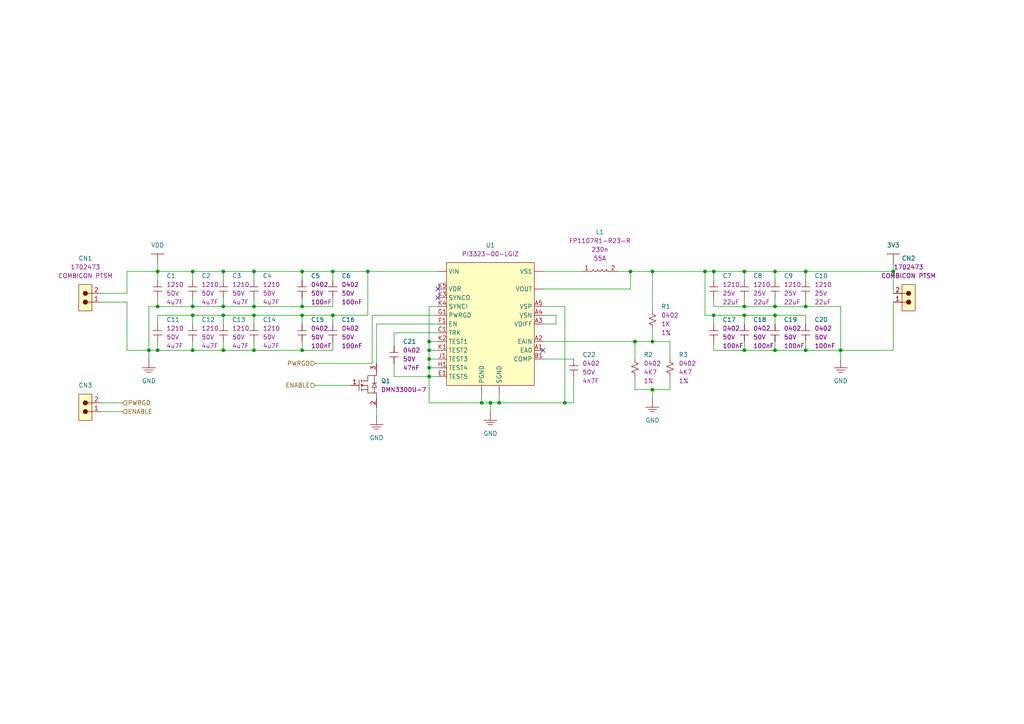
<source format=kicad_sch>
(kicad_sch (version 20211123) (generator eeschema)
  (paper "A4")
  (lib_symbols
    (symbol "CAP_0402:Cap_100n_50V_0402" (pin_numbers hide) (pin_names (offset 0) hide)
      (property "Reference" "C" (at 5.08 2.54 0))
      (property "Package" "0402" (at 0 -2.54 0))
      (property "Voltage" "50V" (at 5.715 -2.54 0))
      (property "Property" "100nF" (at 0 2.54 0))
      (symbol "Cap_100n_50V_0402_0_1"
        (polyline (pts (xy 1.905 1.27) (xy 1.905 -1.27)))
        (polyline (pts (xy 3.175 1.27) (xy 3.175 -1.27)))
      )
      (symbol "Cap_100n_50V_0402_1_1"
        (pin passive line (at 0 0 0) (length 1.905) (name "~") (number "1"))
        (pin passive line (at 5.08 0 180) (length 1.905) (name "~") (number "2"))
      )
    )
    (symbol "CAP_0402:Cap_10n_50V_0402" (pin_numbers hide) (pin_names (offset 0) hide)
      (property "Reference" "C" (at 5.08 2.54 0))
      (property "Package" "0402" (at 0 -2.54 0))
      (property "Voltage" "50V" (at 5.715 -2.54 0))
      (property "Property" "10nF" (at 0 2.54 0))
      (symbol "Cap_10n_50V_0402_0_1"
        (polyline (pts (xy 1.905 1.27) (xy 1.905 -1.27)))
        (polyline (pts (xy 3.175 1.27) (xy 3.175 -1.27)))
      )
      (symbol "Cap_10n_50V_0402_1_1"
        (pin passive line (at 0 0 0) (length 1.905) (name "~") (number "1"))
        (pin passive line (at 5.08 0 180) (length 1.905) (name "~") (number "2"))
      )
    )
    (symbol "CAP_1210:Cap_22u_25V_1210" (pin_numbers hide) (pin_names (offset 0) hide)
      (property "Reference" "C" (at 5.08 2.54 0))
      (property "Package" "1210" (at 0 -2.54 0))
      (property "Voltage" "25V" (at 5.715 -2.54 0))
      (property "Property" "22uF" (at 0 2.54 0))
      (symbol "Cap_22u_25V_1210_0_1"
        (polyline (pts (xy 1.905 1.27) (xy 1.905 -1.27)))
        (polyline (pts (xy 3.175 1.27) (xy 3.175 -1.27)))
      )
      (symbol "Cap_22u_25V_1210_1_1"
        (pin passive line (at 0 0 0) (length 1.905) (name "~") (number "1"))
        (pin passive line (at 5.08 0 180) (length 1.905) (name "~") (number "2"))
      )
    )
    (symbol "CAP_1210:Cap_4u7_50V_1210" (pin_numbers hide) (pin_names (offset 0) hide)
      (property "Reference" "C" (at 5.08 2.54 0))
      (property "Package" "1210" (at 0 -2.54 0))
      (property "Voltage" "50V" (at 5.715 -2.54 0))
      (property "Property" "4u7F" (at 0 2.54 0))
      (symbol "Cap_4u7_50V_1210_0_1"
        (polyline (pts (xy 1.905 1.27) (xy 1.905 -1.27)))
        (polyline (pts (xy 3.175 1.27) (xy 3.175 -1.27)))
      )
      (symbol "Cap_4u7_50V_1210_1_1"
        (pin passive line (at 0 0 0) (length 1.905) (name "~") (number "1"))
        (pin passive line (at 5.08 0 180) (length 1.905) (name "~") (number "2"))
      )
    )
    (symbol "CONNECTOR_SMD:SCREW_TERMINAL_2P_RA_1702473"
      (property "Reference" "CN" (at 0 8.89 0))
      (property "P/N" "1702473" (at 0 3.81 0))
      (property "Series" "COMBICON PTSM" (at 0 6.35 0))
      (symbol "SCREW_TERMINAL_2P_RA_1702473_0_0"
        (pin passive line (at 0 0 0) (length 2.54) (name "PA") (number "1"))
        (pin passive line (at 0 -2.54 0) (length 2.54) (name "PA") (number "2"))
      )
      (symbol "SCREW_TERMINAL_2P_RA_1702473_0_1"
        (polyline (pts (xy 2.54 -2.54) (xy 3.81 -2.54)))
        (polyline (pts (xy 2.54 0) (xy 3.81 0)))
        (rectangle (start 2.54 -5.08) (end 6.35 2.54) (fill (type background)))
        (circle (center 4.445 -2.54) (radius 0.635) (fill (type outline)))
        (circle (center 4.445 0) (radius 0.635) (fill (type outline)))
      )
    )
    (symbol "INDUCTOR_SMD:FP1107R1-R23-R"
      (property "Reference" "L" (at -3.81 5.08 0))
      (property "P/N" "FP1107R1-R23-R" (at 3.81 2.54 0))
      (property "Inductance" "230n" (at 1.27 5.08 0))
      (property "Current" "55A" (at 8.89 5.08 0))
      (symbol "FP1107R1-R23-R_0_0"
        (pin passive line (at 0 0 0) (length 2.54) (name "") (number "1"))
        (pin passive line (at 10.16 0 180) (length 2.54) (name "") (number "2"))
      )
      (symbol "FP1107R1-R23-R_0_1"
        (arc (start 2.54 0) (mid 3.624 -0.449) (end 3.175 0.635))
        (arc (start 3.175 0.635) (mid 2.726 -0.449) (end 3.81 0))
        (arc (start 3.81 0) (mid 4.894 -0.449) (end 4.445 0.635))
        (arc (start 4.445 0.635) (mid 3.996 -0.449) (end 5.08 0))
        (arc (start 5.08 0) (mid 6.164 -0.449) (end 5.715 0.635))
        (arc (start 5.715 0.635) (mid 5.266 -0.449) (end 6.35 0))
        (arc (start 6.35 0) (mid 7.434 -0.449) (end 6.985 0.635))
        (arc (start 6.985 0.635) (mid 6.536 -0.449) (end 7.62 0))
      )
    )
    (symbol "NFET_SMD:DMN3300U-7"
      (property "Reference" "Q" (at 2.54 16.51 0))
      (property "P/N" "DMN3300U-7" (at 8.89 13.97 0))
      (symbol "DMN3300U-7_0_0"
        (pin passive line (at 0 0 0) (length 2.54) (name "") (number "1"))
        (pin passive line (at 7.62 -6.35 90) (length 2.54) (name "") (number "2"))
        (pin passive line (at 7.62 6.35 270) (length 2.54) (name "") (number "3"))
      )
      (symbol "DMN3300U-7_0_1"
        (polyline (pts (xy 2.54 -1.5875) (xy 2.54 1.5875)))
        (polyline (pts (xy 3.175 -1.27) (xy 4.445 -1.27)))
        (polyline (pts (xy 3.175 -0.9525) (xy 3.175 -1.5875)))
        (polyline (pts (xy 3.175 0) (xy 3.4925 -0.3175)))
        (polyline (pts (xy 3.175 0.3175) (xy 3.175 -0.3175)))
        (polyline (pts (xy 3.175 1.27) (xy 4.445 1.27)))
        (polyline (pts (xy 3.175 1.5875) (xy 3.175 0.9525)))
        (polyline (pts (xy 6.985 -0.635) (xy 6.985 -2.2225)))
        (polyline (pts (xy 6.985 0.635) (xy 6.985 2.8575)))
        (polyline (pts (xy 7.62 -3.81) (xy 7.62 -2.2225)))
        (polyline (pts (xy 7.62 -0.635) (xy 6.985 0.635)))
        (polyline (pts (xy 7.62 0.635) (xy 6.35 0.635)))
        (polyline (pts (xy 7.62 2.8575) (xy 7.62 3.81)))
        (polyline (pts (xy 3.4925 -0.3175) (xy 3.4925 0.3175) (xy 3.175 0)))
        (polyline (pts (xy 3.4925 0) (xy 5.08 0) (xy 5.08 -1.27)))
        (polyline (pts (xy 7.62 -0.635) (xy 6.35 -0.635) (xy 6.985 0.635)))
        (polyline (pts (xy 4.445 -1.27) (xy 5.08 -1.27) (xy 5.08 -2.2225) (xy 7.62 -2.2225)))
        (polyline (pts (xy 4.445 1.27) (xy 5.08 1.27) (xy 5.08 2.8575) (xy 7.62 2.8575)))
      )
    )
    (symbol "PIN_HEADERS_THT:1x2Pos_100MIL_THT"
      (property "Reference" "CN" (at 2.54 5.08 0))
      (symbol "1x2Pos_100MIL_THT_0_0"
        (pin passive line (at 0 0 0) (length 2.54) (name "PA") (number "1"))
        (pin passive line (at 0 -2.54 0) (length 2.54) (name "PA") (number "2"))
      )
      (symbol "1x2Pos_100MIL_THT_0_1"
        (polyline (pts (xy 2.54 -2.54) (xy 3.81 -2.54)))
        (polyline (pts (xy 2.54 0) (xy 3.81 0)))
        (rectangle (start 2.54 -5.08) (end 6.35 2.54) (fill (type background)))
        (circle (center 4.445 -2.54) (radius 0.635) (fill (type outline)))
        (circle (center 4.445 0) (radius 0.635) (fill (type outline)))
      )
    )
    (symbol "POWER_FLAG:3V3" (power) (in_bom no) (on_board no)
      (property "Value" "3V3" (at 0 1.27 0))
      (symbol "3V3_0_1"
        (polyline (pts (xy -1.905 0) (xy 1.905 0)))
        (polyline (pts (xy 0 0) (xy 0 -2.54)))
      )
      (symbol "3V3_1_1"
        (pin power_in line (at 0 -2.54 90) (length 0) (name "3V3") (number "1"))
      )
    )
    (symbol "POWER_FLAG:GND" (power) (in_bom no) (on_board no)
      (property "Value" "GND" (at 0 -5.08 0))
      (symbol "GND_0_1"
        (polyline (pts (xy -1.905 -2.54) (xy 1.905 -2.54)))
        (polyline (pts (xy -1.27 -3.175) (xy 1.27 -3.175)))
        (polyline (pts (xy -0.635 -3.81) (xy 0.635 -3.81)))
        (polyline (pts (xy 0 0) (xy 0 -2.54)))
      )
      (symbol "GND_1_1"
        (pin power_in line (at 0 0 270) (length 0) (name "GND") (number "1"))
      )
    )
    (symbol "POWER_FLAG:VDD" (power) (in_bom no) (on_board no)
      (property "Value" "VDD" (at 0 1.27 0))
      (symbol "VDD_0_1"
        (polyline (pts (xy -1.905 0) (xy 1.905 0)))
        (polyline (pts (xy 0 0) (xy 0 -2.54)))
      )
      (symbol "VDD_1_1"
        (pin power_in line (at 0 -2.54 90) (length 0) (name "VDD") (number "1"))
      )
    )
    (symbol "RES_0402:Res_1K_0402" (pin_numbers hide) (pin_names (offset 0) hide)
      (property "Reference" "R" (at 5.08 2.54 0))
      (property "Package" "0402" (at 0 -2.54 0))
      (property "Property" "1K" (at 0 2.54 0))
      (property "Tolerance" "1%" (at 5.08 -2.54 0))
      (symbol "Res_1K_0402_1_1"
        (polyline (pts (xy 2.54 0) (xy 2.159 -1.016) (xy 1.778 0) (xy 1.397 1.016) (xy 1.016 0)))
        (polyline (pts (xy 4.064 0) (xy 3.683 -1.016) (xy 3.302 0) (xy 2.921 1.016) (xy 2.54 0)))
        (pin passive line (at 0 0 0) (length 1.016) (name "~") (number "1"))
        (pin passive line (at 5.08 0 180) (length 1.016) (name "~") (number "2"))
      )
    )
    (symbol "RES_0402:Res_4K7_0402" (pin_numbers hide) (pin_names (offset 0) hide)
      (property "Reference" "R" (at 5.08 2.54 0))
      (property "Package" "0402" (at 0 -2.54 0))
      (property "Property" "4K7" (at 0 2.54 0))
      (property "Tolerance" "1%" (at 5.08 -2.54 0))
      (symbol "Res_4K7_0402_1_1"
        (polyline (pts (xy 2.54 0) (xy 2.159 -1.016) (xy 1.778 0) (xy 1.397 1.016) (xy 1.016 0)))
        (polyline (pts (xy 4.064 0) (xy 3.683 -1.016) (xy 3.302 0) (xy 2.921 1.016) (xy 2.54 0)))
        (pin passive line (at 0 0 0) (length 1.016) (name "~") (number "1"))
        (pin passive line (at 5.08 0 180) (length 1.016) (name "~") (number "2"))
      )
    )
    (symbol "SWITCHING_REG:PI3323-00-LGIZ"
      (property "Reference" "U" (at 3.81 6.35 0))
      (property "P/N" "PI3323-00-LGIZ" (at 10.16 3.81 0))
      (symbol "PI3323-00-LGIZ_0_0"
        (pin output line (at 30.48 -22.86 180) (length 2.54) (name "EA0") (number "A1"))
        (pin power_in line (at 0 0 0) (length 2.54) hide (name "VIN") (number "A10"))
        (pin power_in line (at 12.7 -35.56 90) (length 2.54) (name "PGND") (number "A12"))
        (pin power_out line (at 30.48 0 180) (length 2.54) (name "VS1") (number "A14"))
        (pin input line (at 30.48 -20.32 180) (length 2.54) (name "EAIN") (number "A2"))
        (pin output line (at 30.48 -15.24 180) (length 2.54) (name "VDIFF") (number "A3"))
        (pin input line (at 30.48 -12.7 180) (length 2.54) (name "VSN") (number "A4"))
        (pin input line (at 30.48 -10.16 180) (length 2.54) (name "VSP") (number "A5"))
        (pin passive line (at 30.48 -5.08 180) (length 2.54) (name "VOUT") (number "A6"))
        (pin power_in line (at 0 0 0) (length 2.54) (name "VIN") (number "A8"))
        (pin power_in line (at 0 0 0) (length 2.54) hide (name "VIN") (number "A9"))
        (pin output line (at 30.48 -25.4 180) (length 2.54) (name "COMP") (number "B1"))
        (pin power_in line (at 0 0 0) (length 2.54) hide (name "VIN") (number "B10"))
        (pin power_in line (at 12.7 -35.56 90) (length 2.54) hide (name "PGND") (number "B12"))
        (pin power_out line (at 30.48 0 180) (length 2.54) hide (name "VS1") (number "B14"))
        (pin power_in line (at 17.78 -35.56 90) (length 2.54) (name "SGND") (number "B2"))
        (pin power_in line (at 17.78 -35.56 90) (length 2.54) hide (name "SGND") (number "B3"))
        (pin power_in line (at 17.78 -35.56 90) (length 2.54) hide (name "SGND") (number "B4"))
        (pin power_in line (at 17.78 -35.56 90) (length 2.54) hide (name "PGND") (number "B5"))
        (pin passive line (at 30.48 -5.08 180) (length 2.54) hide (name "VOUT") (number "B6"))
        (pin power_in line (at 0 0 0) (length 2.54) hide (name "VIN") (number "B8"))
        (pin power_in line (at 0 0 0) (length 2.54) hide (name "VIN") (number "B9"))
        (pin input line (at 0 -17.78 0) (length 2.54) (name "TRK") (number "C1"))
        (pin power_in line (at 0 0 0) (length 2.54) hide (name "VIN") (number "C10"))
        (pin power_in line (at 12.7 -35.56 90) (length 2.54) hide (name "PGND") (number "C12"))
        (pin power_out line (at 30.48 0 180) (length 2.54) hide (name "VS1") (number "C14"))
        (pin power_in line (at 17.78 -35.56 90) (length 2.54) hide (name "SGND") (number "C2"))
        (pin power_in line (at 17.78 -35.56 90) (length 2.54) hide (name "SGND") (number "C3"))
        (pin power_in line (at 12.7 -35.56 90) (length 2.54) hide (name "PGND") (number "C4"))
        (pin power_in line (at 12.7 -35.56 90) (length 2.54) hide (name "PGND") (number "C5"))
        (pin power_in line (at 12.7 -35.56 90) (length 2.54) hide (name "PGND") (number "C6"))
        (pin power_in line (at 0 0 0) (length 2.54) hide (name "VIN") (number "C8"))
        (pin power_in line (at 0 0 0) (length 2.54) hide (name "VIN") (number "C9"))
        (pin power_in line (at 17.78 -35.56 90) (length 2.54) hide (name "SGND") (number "D1"))
        (pin power_in line (at 0 0 0) (length 2.54) hide (name "VIN") (number "D10"))
        (pin power_in line (at 12.7 -35.56 90) (length 2.54) hide (name "PGND") (number "D12"))
        (pin power_out line (at 30.48 0 180) (length 2.54) hide (name "VS1") (number "D14"))
        (pin power_in line (at 17.78 -35.56 90) (length 2.54) hide (name "SGND") (number "D2"))
        (pin power_in line (at 17.78 -35.56 90) (length 2.54) hide (name "SGND") (number "D3"))
        (pin power_in line (at 12.7 -35.56 90) (length 2.54) hide (name "PGND") (number "D4"))
        (pin power_in line (at 12.7 -35.56 90) (length 2.54) hide (name "PGND") (number "D5"))
        (pin power_in line (at 12.7 -35.56 90) (length 2.54) hide (name "PGND") (number "D6"))
        (pin power_in line (at 0 0 0) (length 2.54) hide (name "VIN") (number "D8"))
        (pin power_in line (at 0 0 0) (length 2.54) hide (name "VIN") (number "D9"))
        (pin bidirectional line (at 0 -30.48 0) (length 2.54) (name "TEST5") (number "E1"))
        (pin power_in line (at 0 0 0) (length 2.54) hide (name "VIN") (number "E10"))
        (pin power_in line (at 12.7 -35.56 90) (length 2.54) hide (name "PGND") (number "E12"))
        (pin power_out line (at 30.48 0 180) (length 2.54) hide (name "VS1") (number "E14"))
        (pin power_in line (at 17.78 -35.56 90) (length 2.54) hide (name "SGND") (number "E2"))
        (pin power_in line (at 17.78 -35.56 90) (length 2.54) hide (name "SGND") (number "E3"))
        (pin power_in line (at 12.7 -35.56 90) (length 2.54) hide (name "PGND") (number "E4"))
        (pin power_in line (at 12.7 -35.56 90) (length 2.54) hide (name "PGND") (number "E5"))
        (pin power_in line (at 12.7 -35.56 90) (length 2.54) hide (name "PGND") (number "E6"))
        (pin power_in line (at 0 0 0) (length 2.54) hide (name "VIN") (number "E8"))
        (pin power_in line (at 0 0 0) (length 2.54) hide (name "VIN") (number "E9"))
        (pin input line (at 0 -15.24 0) (length 2.54) (name "EN") (number "F1"))
        (pin power_in line (at 0 0 0) (length 2.54) hide (name "VIN") (number "F10"))
        (pin power_in line (at 12.7 -35.56 90) (length 2.54) hide (name "PGND") (number "F12"))
        (pin power_out line (at 30.48 0 180) (length 2.54) hide (name "VS1") (number "F14"))
        (pin power_in line (at 12.7 -35.56 90) (length 2.54) hide (name "PGND") (number "F2"))
        (pin power_in line (at 12.7 -35.56 90) (length 2.54) hide (name "PGND") (number "F3"))
        (pin power_in line (at 12.7 -35.56 90) (length 2.54) hide (name "PGND") (number "F4"))
        (pin power_in line (at 12.7 -35.56 90) (length 2.54) hide (name "PGND") (number "F5"))
        (pin power_in line (at 12.7 -35.56 90) (length 2.54) hide (name "PGND") (number "F6"))
        (pin power_in line (at 0 0 0) (length 2.54) hide (name "VIN") (number "F8"))
        (pin power_in line (at 0 0 0) (length 2.54) hide (name "VIN") (number "F9"))
        (pin open_collector line (at 0 -12.7 0) (length 2.54) (name "PWRGD") (number "G1"))
        (pin power_in line (at 0 0 0) (length 2.54) hide (name "VIN") (number "G10"))
        (pin power_in line (at 12.7 -35.56 90) (length 2.54) hide (name "PGND") (number "G12"))
        (pin power_out line (at 30.48 0 180) (length 2.54) hide (name "VS1") (number "G14"))
        (pin power_in line (at 12.7 -35.56 90) (length 2.54) hide (name "PGND") (number "G2"))
        (pin power_in line (at 12.7 -35.56 90) (length 2.54) hide (name "PGND") (number "G3"))
        (pin power_in line (at 12.7 -35.56 90) (length 2.54) hide (name "PGND") (number "G4"))
        (pin power_in line (at 12.7 -35.56 90) (length 2.54) hide (name "PGND") (number "G5"))
        (pin power_in line (at 12.7 -35.56 90) (length 2.54) hide (name "PGND") (number "G6"))
        (pin power_in line (at 0 0 0) (length 2.54) hide (name "VIN") (number "G8"))
        (pin power_in line (at 0 0 0) (length 2.54) hide (name "VIN") (number "G9"))
        (pin bidirectional line (at 0 -27.94 0) (length 2.54) (name "TEST4") (number "H1"))
        (pin power_in line (at 0 0 0) (length 2.54) hide (name "VIN") (number "H10"))
        (pin power_in line (at 12.7 -35.56 90) (length 2.54) hide (name "PGND") (number "H12"))
        (pin power_out line (at 30.48 0 180) (length 2.54) hide (name "VS1") (number "H14"))
        (pin power_in line (at 12.7 -35.56 90) (length 2.54) hide (name "PGND") (number "H2"))
        (pin power_in line (at 12.7 -35.56 90) (length 2.54) hide (name "PGND") (number "H3"))
        (pin power_in line (at 12.7 -35.56 90) (length 2.54) hide (name "PGND") (number "H4"))
        (pin power_in line (at 12.7 -35.56 90) (length 2.54) hide (name "PGND") (number "H5"))
        (pin power_in line (at 12.7 -35.56 90) (length 2.54) hide (name "PGND") (number "H6"))
        (pin power_in line (at 0 0 0) (length 2.54) hide (name "VIN") (number "H8"))
        (pin power_in line (at 0 0 0) (length 2.54) hide (name "VIN") (number "H9"))
        (pin bidirectional line (at 0 -25.4 0) (length 2.54) (name "TEST3") (number "J1"))
        (pin power_in line (at 0 0 0) (length 2.54) hide (name "VIN") (number "J10"))
        (pin power_in line (at 12.7 -35.56 90) (length 2.54) hide (name "PGND") (number "J12"))
        (pin power_out line (at 30.48 0 180) (length 2.54) hide (name "VS1") (number "J14"))
        (pin power_in line (at 12.7 -35.56 90) (length 2.54) hide (name "PGND") (number "J2"))
        (pin power_in line (at 12.7 -35.56 90) (length 2.54) hide (name "PGND") (number "J3"))
        (pin power_in line (at 12.7 -35.56 90) (length 2.54) hide (name "PGND") (number "J4"))
        (pin power_in line (at 12.7 -35.56 90) (length 2.54) hide (name "PGND") (number "J5"))
        (pin power_in line (at 12.7 -35.56 90) (length 2.54) hide (name "PGND") (number "J6"))
        (pin power_in line (at 0 0 0) (length 2.54) hide (name "VIN") (number "J8"))
        (pin power_in line (at 0 0 0) (length 2.54) hide (name "VIN") (number "J9"))
        (pin bidirectional line (at 0 -22.86 0) (length 2.54) (name "TEST2") (number "K1"))
        (pin power_in line (at 0 0 0) (length 2.54) hide (name "VIN") (number "K10"))
        (pin power_in line (at 12.7 -35.56 90) (length 2.54) hide (name "PGND") (number "K12"))
        (pin power_out line (at 30.48 0 180) (length 2.54) hide (name "VS1") (number "K14"))
        (pin bidirectional line (at 0 -20.32 0) (length 2.54) (name "TEST1") (number "K2"))
        (pin output line (at 0 -7.62 0) (length 2.54) (name "SYNCO") (number "K3"))
        (pin input line (at 0 -10.16 0) (length 2.54) (name "SYNCI") (number "K4"))
        (pin passive line (at 0 -5.08 0) (length 2.54) (name "VDR") (number "K5"))
        (pin power_in line (at 12.7 -35.56 90) (length 2.54) hide (name "PGND") (number "K6"))
        (pin power_in line (at 0 0 0) (length 2.54) hide (name "VIN") (number "K8"))
        (pin power_in line (at 0 0 0) (length 2.54) hide (name "VIN") (number "K9"))
      )
      (symbol "PI3323-00-LGIZ_0_1"
        (rectangle (start 2.54 2.54) (end 27.94 -33.02) (fill (type background)))
      )
    )
  )
  (junction (at 124.46 99.06))
  (junction (at 182.88 78.74))
  (junction (at 184.15 99.06))
  (junction (at 73.66 91.44))
  (junction (at 45.72 101.6))
  (junction (at 124.46 109.22))
  (junction (at 224.79 91.44))
  (junction (at 189.23 78.74))
  (junction (at 224.79 78.74))
  (junction (at 233.68 88.9))
  (junction (at 144.78 116.84))
  (junction (at 64.77 88.9))
  (junction (at 55.88 78.74))
  (junction (at 142.24 116.84))
  (junction (at 163.83 116.84))
  (junction (at 224.79 88.9))
  (junction (at 204.47 78.74))
  (junction (at 215.9 88.9))
  (junction (at 73.66 101.6))
  (junction (at 224.79 101.6))
  (junction (at 243.84 101.6))
  (junction (at 87.63 78.74))
  (junction (at 43.18 101.6))
  (junction (at 45.72 78.74))
  (junction (at 87.63 101.6))
  (junction (at 259.08 78.74))
  (junction (at 87.63 88.9))
  (junction (at 73.66 78.74))
  (junction (at 64.77 78.74))
  (junction (at 233.68 78.74))
  (junction (at 96.52 78.74))
  (junction (at 189.23 99.06))
  (junction (at 55.88 88.9))
  (junction (at 124.46 101.6))
  (junction (at 64.77 91.44))
  (junction (at 64.77 101.6))
  (junction (at 87.63 91.44))
  (junction (at 73.66 88.9))
  (junction (at 139.7 116.84))
  (junction (at 207.01 91.44))
  (junction (at 207.01 78.74))
  (junction (at 189.23 113.03))
  (junction (at 233.68 101.6))
  (junction (at 215.9 91.44))
  (junction (at 124.46 104.14))
  (junction (at 55.88 91.44))
  (junction (at 215.9 78.74))
  (junction (at 106.68 78.74))
  (junction (at 124.46 106.68))
  (junction (at 96.52 91.44))
  (junction (at 55.88 101.6))
  (junction (at 215.9 101.6))
  (junction (at 45.72 88.9))
  (no_connect (at 127 86.36))
  (no_connect (at 127 83.82))
  (no_connect (at 157.48 101.6))
  (wire (pts (xy 73.66 88.9) (xy 73.66 86.36)))
  (wire (pts (xy 114.3 109.22) (xy 124.46 109.22)))
  (wire (pts (xy 224.79 101.6) (xy 215.9 101.6)))
  (wire (pts (xy 163.83 88.9) (xy 163.83 116.84)))
  (wire (pts (xy 73.66 101.6) (xy 64.77 101.6)))
  (wire (pts (xy 96.52 91.44) (xy 106.68 91.44)))
  (wire (pts (xy 166.37 109.22) (xy 166.37 116.84)))
  (wire (pts (xy 215.9 101.6) (xy 207.01 101.6)))
  (wire (pts (xy 64.77 88.9) (xy 64.77 86.36)))
  (wire (pts (xy 207.01 93.98) (xy 207.01 91.44)))
  (wire (pts (xy 106.68 78.74) (xy 127 78.74)))
  (wire (pts (xy 45.72 78.74) (xy 55.88 78.74)))
  (wire (pts (xy 157.48 88.9) (xy 163.83 88.9)))
  (wire (pts (xy 204.47 78.74) (xy 207.01 78.74)))
  (wire (pts (xy 189.23 78.74) (xy 189.23 90.17)))
  (wire (pts (xy 29.21 87.63) (xy 36.83 87.63)))
  (wire (pts (xy 55.88 91.44) (xy 64.77 91.44)))
  (wire (pts (xy 45.72 91.44) (xy 55.88 91.44)))
  (wire (pts (xy 45.72 88.9) (xy 43.18 88.9)))
  (wire (pts (xy 91.44 111.76) (xy 101.6 111.76)))
  (wire (pts (xy 73.66 93.98) (xy 73.66 91.44)))
  (wire (pts (xy 124.46 109.22) (xy 124.46 116.84)))
  (wire (pts (xy 233.68 88.9) (xy 224.79 88.9)))
  (wire (pts (xy 96.52 88.9) (xy 87.63 88.9)))
  (wire (pts (xy 233.68 78.74) (xy 233.68 81.28)))
  (wire (pts (xy 96.52 78.74) (xy 96.52 81.28)))
  (wire (pts (xy 233.68 86.36) (xy 233.68 88.9)))
  (wire (pts (xy 45.72 78.74) (xy 45.72 81.28)))
  (wire (pts (xy 127 91.44) (xy 107.95 91.44)))
  (wire (pts (xy 36.83 101.6) (xy 43.18 101.6)))
  (wire (pts (xy 35.56 119.38) (xy 29.21 119.38)))
  (wire (pts (xy 124.46 109.22) (xy 127 109.22)))
  (wire (pts (xy 29.21 85.09) (xy 36.83 85.09)))
  (wire (pts (xy 139.7 114.3) (xy 139.7 116.84)))
  (wire (pts (xy 45.72 101.6) (xy 55.88 101.6)))
  (wire (pts (xy 207.01 91.44) (xy 204.47 91.44)))
  (wire (pts (xy 189.23 99.06) (xy 194.31 99.06)))
  (wire (pts (xy 87.63 88.9) (xy 73.66 88.9)))
  (wire (pts (xy 43.18 101.6) (xy 45.72 101.6)))
  (wire (pts (xy 189.23 113.03) (xy 194.31 113.03)))
  (wire (pts (xy 259.08 76.2) (xy 259.08 78.74)))
  (wire (pts (xy 224.79 88.9) (xy 224.79 86.36)))
  (wire (pts (xy 55.88 88.9) (xy 55.88 86.36)))
  (wire (pts (xy 55.88 78.74) (xy 55.88 81.28)))
  (wire (pts (xy 64.77 78.74) (xy 64.77 81.28)))
  (wire (pts (xy 43.18 88.9) (xy 43.18 101.6)))
  (wire (pts (xy 207.01 78.74) (xy 215.9 78.74)))
  (wire (pts (xy 124.46 99.06) (xy 124.46 101.6)))
  (wire (pts (xy 106.68 78.74) (xy 96.52 78.74)))
  (wire (pts (xy 73.66 88.9) (xy 64.77 88.9)))
  (wire (pts (xy 96.52 78.74) (xy 87.63 78.74)))
  (wire (pts (xy 114.3 105.41) (xy 114.3 109.22)))
  (wire (pts (xy 215.9 101.6) (xy 215.9 99.06)))
  (wire (pts (xy 73.66 78.74) (xy 87.63 78.74)))
  (wire (pts (xy 45.72 99.06) (xy 45.72 101.6)))
  (wire (pts (xy 55.88 78.74) (xy 64.77 78.74)))
  (wire (pts (xy 87.63 101.6) (xy 73.66 101.6)))
  (wire (pts (xy 43.18 101.6) (xy 43.18 104.14)))
  (wire (pts (xy 215.9 91.44) (xy 224.79 91.44)))
  (wire (pts (xy 55.88 91.44) (xy 55.88 93.98)))
  (wire (pts (xy 106.68 78.74) (xy 106.68 91.44)))
  (wire (pts (xy 64.77 91.44) (xy 64.77 93.98)))
  (wire (pts (xy 124.46 106.68) (xy 124.46 109.22)))
  (wire (pts (xy 166.37 116.84) (xy 163.83 116.84)))
  (wire (pts (xy 184.15 109.22) (xy 184.15 113.03)))
  (wire (pts (xy 189.23 113.03) (xy 189.23 115.57)))
  (wire (pts (xy 233.68 101.6) (xy 224.79 101.6)))
  (wire (pts (xy 259.08 78.74) (xy 233.68 78.74)))
  (wire (pts (xy 96.52 91.44) (xy 96.52 93.98)))
  (wire (pts (xy 64.77 91.44) (xy 73.66 91.44)))
  (wire (pts (xy 87.63 78.74) (xy 87.63 81.28)))
  (wire (pts (xy 215.9 88.9) (xy 215.9 86.36)))
  (wire (pts (xy 87.63 86.36) (xy 87.63 88.9)))
  (wire (pts (xy 204.47 78.74) (xy 204.47 91.44)))
  (wire (pts (xy 189.23 78.74) (xy 204.47 78.74)))
  (wire (pts (xy 224.79 78.74) (xy 224.79 81.28)))
  (wire (pts (xy 157.48 93.98) (xy 161.29 93.98)))
  (wire (pts (xy 189.23 95.25) (xy 189.23 99.06)))
  (wire (pts (xy 124.46 101.6) (xy 124.46 104.14)))
  (wire (pts (xy 124.46 101.6) (xy 127 101.6)))
  (wire (pts (xy 259.08 85.09) (xy 259.08 78.74)))
  (wire (pts (xy 157.48 91.44) (xy 161.29 91.44)))
  (wire (pts (xy 36.83 78.74) (xy 45.72 78.74)))
  (wire (pts (xy 36.83 87.63) (xy 36.83 101.6)))
  (wire (pts (xy 107.95 91.44) (xy 107.95 105.41)))
  (wire (pts (xy 157.48 99.06) (xy 184.15 99.06)))
  (wire (pts (xy 215.9 91.44) (xy 215.9 93.98)))
  (wire (pts (xy 259.08 101.6) (xy 243.84 101.6)))
  (wire (pts (xy 259.08 87.63) (xy 259.08 101.6)))
  (wire (pts (xy 36.83 85.09) (xy 36.83 78.74)))
  (wire (pts (xy 35.56 116.84) (xy 29.21 116.84)))
  (wire (pts (xy 184.15 99.06) (xy 189.23 99.06)))
  (wire (pts (xy 73.66 101.6) (xy 73.66 99.06)))
  (wire (pts (xy 45.72 88.9) (xy 55.88 88.9)))
  (wire (pts (xy 224.79 91.44) (xy 224.79 93.98)))
  (wire (pts (xy 182.88 78.74) (xy 189.23 78.74)))
  (wire (pts (xy 215.9 78.74) (xy 224.79 78.74)))
  (wire (pts (xy 45.72 76.2) (xy 45.72 78.74)))
  (wire (pts (xy 87.63 91.44) (xy 96.52 91.44)))
  (wire (pts (xy 224.79 88.9) (xy 215.9 88.9)))
  (wire (pts (xy 161.29 91.44) (xy 161.29 93.98)))
  (wire (pts (xy 124.46 104.14) (xy 124.46 106.68)))
  (wire (pts (xy 127 88.9) (xy 124.46 88.9)))
  (wire (pts (xy 45.72 91.44) (xy 45.72 93.98)))
  (wire (pts (xy 124.46 88.9) (xy 124.46 99.06)))
  (wire (pts (xy 139.7 116.84) (xy 142.24 116.84)))
  (wire (pts (xy 207.01 81.28) (xy 207.01 78.74)))
  (wire (pts (xy 207.01 88.9) (xy 207.01 86.36)))
  (wire (pts (xy 109.22 120.65) (xy 109.22 118.11)))
  (wire (pts (xy 157.48 83.82) (xy 182.88 83.82)))
  (wire (pts (xy 124.46 104.14) (xy 127 104.14)))
  (wire (pts (xy 224.79 91.44) (xy 233.68 91.44)))
  (wire (pts (xy 55.88 101.6) (xy 64.77 101.6)))
  (wire (pts (xy 194.31 109.22) (xy 194.31 113.03)))
  (wire (pts (xy 233.68 101.6) (xy 243.84 101.6)))
  (wire (pts (xy 207.01 91.44) (xy 215.9 91.44)))
  (wire (pts (xy 182.88 83.82) (xy 182.88 78.74)))
  (wire (pts (xy 127 99.06) (xy 124.46 99.06)))
  (wire (pts (xy 224.79 78.74) (xy 233.68 78.74)))
  (wire (pts (xy 55.88 88.9) (xy 64.77 88.9)))
  (wire (pts (xy 96.52 101.6) (xy 87.63 101.6)))
  (wire (pts (xy 73.66 81.28) (xy 73.66 78.74)))
  (wire (pts (xy 233.68 99.06) (xy 233.68 101.6)))
  (wire (pts (xy 96.52 86.36) (xy 96.52 88.9)))
  (wire (pts (xy 109.22 105.41) (xy 109.22 93.98)))
  (wire (pts (xy 243.84 101.6) (xy 243.84 104.14)))
  (wire (pts (xy 215.9 78.74) (xy 215.9 81.28)))
  (wire (pts (xy 87.63 91.44) (xy 87.63 93.98)))
  (wire (pts (xy 224.79 101.6) (xy 224.79 99.06)))
  (wire (pts (xy 64.77 78.74) (xy 73.66 78.74)))
  (wire (pts (xy 184.15 104.14) (xy 184.15 99.06)))
  (wire (pts (xy 144.78 116.84) (xy 163.83 116.84)))
  (wire (pts (xy 194.31 99.06) (xy 194.31 104.14)))
  (wire (pts (xy 157.48 78.74) (xy 168.91 78.74)))
  (wire (pts (xy 124.46 116.84) (xy 139.7 116.84)))
  (wire (pts (xy 45.72 86.36) (xy 45.72 88.9)))
  (wire (pts (xy 233.68 88.9) (xy 243.84 88.9)))
  (wire (pts (xy 73.66 91.44) (xy 87.63 91.44)))
  (wire (pts (xy 207.01 101.6) (xy 207.01 99.06)))
  (wire (pts (xy 179.07 78.74) (xy 182.88 78.74)))
  (wire (pts (xy 55.88 101.6) (xy 55.88 99.06)))
  (wire (pts (xy 124.46 106.68) (xy 127 106.68)))
  (wire (pts (xy 87.63 99.06) (xy 87.63 101.6)))
  (wire (pts (xy 233.68 91.44) (xy 233.68 93.98)))
  (wire (pts (xy 215.9 88.9) (xy 207.01 88.9)))
  (wire (pts (xy 109.22 93.98) (xy 127 93.98)))
  (wire (pts (xy 184.15 113.03) (xy 189.23 113.03)))
  (wire (pts (xy 114.3 100.33) (xy 114.3 96.52)))
  (wire (pts (xy 114.3 96.52) (xy 127 96.52)))
  (wire (pts (xy 157.48 104.14) (xy 166.37 104.14)))
  (wire (pts (xy 96.52 99.06) (xy 96.52 101.6)))
  (wire (pts (xy 142.24 116.84) (xy 142.24 119.38)))
  (wire (pts (xy 142.24 116.84) (xy 144.78 116.84)))
  (wire (pts (xy 91.44 105.41) (xy 107.95 105.41)))
  (wire (pts (xy 144.78 114.3) (xy 144.78 116.84)))
  (wire (pts (xy 64.77 101.6) (xy 64.77 99.06)))
  (wire (pts (xy 243.84 88.9) (xy 243.84 101.6)))
  (hierarchical_label "PWRGD" (shape input) (at 91.44 105.41 180))
  (hierarchical_label "ENABLE" (shape input) (at 91.44 111.76 180))
  (hierarchical_label "PWRGD" (shape input) (at 35.56 116.84 0))
  (hierarchical_label "ENABLE" (shape input) (at 35.56 119.38 0))
  (symbol (lib_id "CAP_0402:Cap_100n_50V_0402") (at 96.52 86.36 90) (unit 1)
    (property "Reference" "C6" (at 99.06 80.0099 90) (effects (justify right)))
    (property "Value" "Cap_100n_50V_0402" (effects hide))
    (property "Footprint" "CAP_SMD:CAP_0402_LEAST" (effects hide))
    (property "Datasheet" "https://www.murata.com/-/media/webrenewal/support/library/catalog/products/capacitor/ceramiccapacitor/c03e.ashx?la=en-us&cvid=20200707014404000000" (effects hide))
    (property "Purchase Link" "https://www.digikey.com/en/products/detail/murata-electronics/GCM155R71H104KE02J/4903705" (effects hide))
    (property "P/N" "GCM155R71H104KE02J" (effects hide))
    (property "MFR" "Murata Electronics" (effects hide))
    (property "Package" "0402" (at 99.06 82.5499 90) (effects (justify right)))
    (property "Voltage" "50V" (at 99.06 85.0899 90) (effects (justify right)))
    (property "Property" "100nF" (at 99.06 87.6299 90) (effects (justify right)))
    (property "Tolerance" "10%" (effects hide))
  )
  (symbol (lib_id "PIN_HEADERS_THT:1x2Pos_100MIL_THT") (at 29.21 119.38 180) (unit 1)
    (property "Reference" "CN3" (at 24.765 111.76 0))
    (property "Value" "1x2Pos_100MIL_THT" (effects hide))
    (property "Footprint" "PIN_HEADER_THT:1x2_Pos_100MIL_THT" (effects hide))
    (property "Datasheet" "https://cdn.amphenol-cs.com/media/wysiwyg/files/drawing/77311.pdf" (effects hide))
    (property "MPN" "77311-118-02LF" (effects hide))
    (property "MFR" "Amphenol ICC (FCI)" (effects hide))
    (property "Supplier Link" "https://www.digikey.com/en/products/detail/amphenol-cs-fci/77311-118-02LF/1523689" (effects hide))
  )
  (symbol (lib_id "CAP_1210:Cap_4u7_50V_1210") (at 45.72 99.06 90) (unit 1)
    (property "Reference" "C11" (at 48.26 92.7099 90) (effects (justify right)))
    (property "Value" "Cap_4u7_50V_1210" (effects hide))
    (property "Footprint" "CAP_SMD:CAP_1210_LEAST" (effects hide))
    (property "Datasheet" "https://www.murata.com/-/media/webrenewal/support/library/catalog/products/capacitor/ceramiccapacitor/c03e.ashx?la=en-us&cvid=20200707014404000000" (effects hide))
    (property "Purchase Link" "https://www.digikey.com/en/products/detail/murata-electronics/GCJ32ER71H475KA12L/2785864" (effects hide))
    (property "P/N" "GCJ32ER71H475KA12L" (effects hide))
    (property "MFR" "Murata Electronics" (effects hide))
    (property "Package" "1210" (at 48.26 95.2499 90) (effects (justify right)))
    (property "Voltage" "50V" (at 48.26 97.7899 90) (effects (justify right)))
    (property "Property" "4u7F" (at 48.26 100.3299 90) (effects (justify right)))
    (property "Tolerance" "10%" (effects hide))
  )
  (symbol (lib_id "CAP_0402:Cap_10n_50V_0402") (at 166.37 109.22 90) (unit 1)
    (property "Reference" "C22" (at 168.91 102.8699 90) (effects (justify right)))
    (property "Value" "Cap_10n_50V_0402" (effects hide))
    (property "Footprint" "CAP_SMD:CAP_0402_LEAST" (effects hide))
    (property "Datasheet" "https://www.murata.com/-/media/webrenewal/support/library/catalog/products/capacitor/ceramiccapacitor/c03e.ashx?la=en-us&cvid=20200707014404000000" (effects hide))
    (property "Purchase Link" "https://www.digikey.com/en/products/detail/murata-electronics/GCM155R71H103KA55J/2591297" (effects hide))
    (property "P/N" "GCM155R71H103KA55J" (effects hide))
    (property "MFR" "Murata Electronics" (effects hide))
    (property "Package" "0402" (at 168.91 105.4099 90) (effects (justify right)))
    (property "Voltage" "50V" (at 168.91 107.9499 90) (effects (justify right)))
    (property "Property" "4n7F" (at 168.91 110.4899 90) (effects (justify right)))
    (property "Tolerance" "5%" (effects hide))
  )
  (symbol (lib_id "POWER_FLAG:VDD") (at 45.72 73.66 0) (unit 1) (in_bom no) (on_board no)
    (property "Reference" "#VDD01" (effects hide))
    (property "Value" "VDD" (at 45.72 71.12 0))
  )
  (symbol (lib_id "POWER_FLAG:GND") (at 109.22 120.65 0) (unit 1) (in_bom no) (on_board no)
    (property "Reference" "#GND05" (effects hide))
    (property "Value" "GND" (at 109.22 127 0))
  )
  (symbol (lib_id "POWER_FLAG:GND") (at 142.24 119.38 0) (unit 1) (in_bom no) (on_board no)
    (property "Reference" "#GND03" (effects hide))
    (property "Value" "GND" (at 142.24 125.73 0))
  )
  (symbol (lib_id "CAP_0402:Cap_100n_50V_0402") (at 96.52 99.06 90) (unit 1)
    (property "Reference" "C16" (at 99.06 92.7099 90) (effects (justify right)))
    (property "Value" "Cap_100n_50V_0402" (effects hide))
    (property "Footprint" "CAP_SMD:CAP_0402_LEAST" (effects hide))
    (property "Datasheet" "https://www.murata.com/-/media/webrenewal/support/library/catalog/products/capacitor/ceramiccapacitor/c03e.ashx?la=en-us&cvid=20200707014404000000" (effects hide))
    (property "Purchase Link" "https://www.digikey.com/en/products/detail/murata-electronics/GCM155R71H104KE02J/4903705" (effects hide))
    (property "P/N" "GCM155R71H104KE02J" (effects hide))
    (property "MFR" "Murata Electronics" (effects hide))
    (property "Package" "0402" (at 99.06 95.2499 90) (effects (justify right)))
    (property "Voltage" "50V" (at 99.06 97.7899 90) (effects (justify right)))
    (property "Property" "100nF" (at 99.06 100.3299 90) (effects (justify right)))
    (property "Tolerance" "10%" (effects hide))
  )
  (symbol (lib_id "CONNECTOR_SMD:SCREW_TERMINAL_2P_RA_1702473") (at 29.21 87.63 180) (unit 1)
    (property "Reference" "CN1" (at 24.765 74.93 0))
    (property "Value" "SCREW_TERMINAL_2P_RA_1702473" (effects hide))
    (property "Footprint" "CONNECTOR_SMD:SCREW_TERMINAL_2P_RA_1702473" (effects hide))
    (property "Datasheet" "https://media.digikey.com/PDF/Data%20Sheets/Phoenix%20Contact%20PDFs/1702473.pdf" (effects hide))
    (property "Purchase Link" "https://www.digikey.com/en/products/detail/phoenix-contact/1702473/2643218" (effects hide))
    (property "MFR" "Phoenix Contact" (effects hide))
    (property "P/N" "1702473" (at 24.765 77.47 0))
    (property "Positions" "2" (effects hide))
    (property "Pitch" "2.5" (effects hide))
    (property "Orientation" "Right Angle" (effects hide))
    (property "Series" "COMBICON PTSM" (at 24.765 80.01 0))
  )
  (symbol (lib_id "CAP_0402:Cap_100n_50V_0402") (at 87.63 86.36 90) (unit 1)
    (property "Reference" "C5" (at 90.17 80.0099 90) (effects (justify right)))
    (property "Value" "Cap_100n_50V_0402" (effects hide))
    (property "Footprint" "CAP_SMD:CAP_0402_LEAST" (effects hide))
    (property "Datasheet" "https://www.murata.com/-/media/webrenewal/support/library/catalog/products/capacitor/ceramiccapacitor/c03e.ashx?la=en-us&cvid=20200707014404000000" (effects hide))
    (property "Purchase Link" "https://www.digikey.com/en/products/detail/murata-electronics/GCM155R71H104KE02J/4903705" (effects hide))
    (property "P/N" "GCM155R71H104KE02J" (effects hide))
    (property "MFR" "Murata Electronics" (effects hide))
    (property "Package" "0402" (at 90.17 82.5499 90) (effects (justify right)))
    (property "Voltage" "50V" (at 90.17 85.0899 90) (effects (justify right)))
    (property "Property" "100nF" (at 90.17 87.6299 90) (effects (justify right)))
    (property "Tolerance" "10%" (effects hide))
  )
  (symbol (lib_id "CAP_1210:Cap_4u7_50V_1210") (at 45.72 86.36 90) (unit 1)
    (property "Reference" "C1" (at 48.26 80.0099 90) (effects (justify right)))
    (property "Value" "Cap_4u7_50V_1210" (effects hide))
    (property "Footprint" "CAP_SMD:CAP_1210_LEAST" (effects hide))
    (property "Datasheet" "https://www.murata.com/-/media/webrenewal/support/library/catalog/products/capacitor/ceramiccapacitor/c03e.ashx?la=en-us&cvid=20200707014404000000" (effects hide))
    (property "Purchase Link" "https://www.digikey.com/en/products/detail/murata-electronics/GCJ32ER71H475KA12L/2785864" (effects hide))
    (property "P/N" "GCJ32ER71H475KA12L" (effects hide))
    (property "MFR" "Murata Electronics" (effects hide))
    (property "Package" "1210" (at 48.26 82.5499 90) (effects (justify right)))
    (property "Voltage" "50V" (at 48.26 85.0899 90) (effects (justify right)))
    (property "Property" "4u7F" (at 48.26 87.6299 90) (effects (justify right)))
    (property "Tolerance" "10%" (effects hide))
  )
  (symbol (lib_id "CAP_1210:Cap_4u7_50V_1210") (at 64.77 86.36 90) (unit 1)
    (property "Reference" "C3" (at 67.31 80.0099 90) (effects (justify right)))
    (property "Value" "Cap_4u7_50V_1210" (effects hide))
    (property "Footprint" "CAP_SMD:CAP_1210_LEAST" (effects hide))
    (property "Datasheet" "https://www.murata.com/-/media/webrenewal/support/library/catalog/products/capacitor/ceramiccapacitor/c03e.ashx?la=en-us&cvid=20200707014404000000" (effects hide))
    (property "Purchase Link" "https://www.digikey.com/en/products/detail/murata-electronics/GCJ32ER71H475KA12L/2785864" (effects hide))
    (property "P/N" "GCJ32ER71H475KA12L" (effects hide))
    (property "MFR" "Murata Electronics" (effects hide))
    (property "Package" "1210" (at 67.31 82.5499 90) (effects (justify right)))
    (property "Voltage" "50V" (at 67.31 85.0899 90) (effects (justify right)))
    (property "Property" "4u7F" (at 67.31 87.6299 90) (effects (justify right)))
    (property "Tolerance" "10%" (effects hide))
  )
  (symbol (lib_id "CAP_0402:Cap_10n_50V_0402") (at 114.3 105.41 90) (unit 1)
    (property "Reference" "C21" (at 116.84 99.0599 90) (effects (justify right)))
    (property "Value" "Cap_10n_50V_0402" (effects hide))
    (property "Footprint" "CAP_SMD:CAP_0402_LEAST" (effects hide))
    (property "Datasheet" "https://www.murata.com/-/media/webrenewal/support/library/catalog/products/capacitor/ceramiccapacitor/c03e.ashx?la=en-us&cvid=20200707014404000000" (effects hide))
    (property "Purchase Link" "https://www.digikey.com/en/products/detail/murata-electronics/GCM155R71H103KA55J/2591297" (effects hide))
    (property "P/N" "GCM155R71H103KA55J" (effects hide))
    (property "MFR" "Murata Electronics" (effects hide))
    (property "Package" "0402" (at 116.84 101.5999 90) (effects (justify right)))
    (property "Voltage" "50V" (at 116.84 104.1399 90) (effects (justify right)))
    (property "Property" "47nF" (at 116.84 106.6799 90) (effects (justify right)))
    (property "Tolerance" "5%" (effects hide))
  )
  (symbol (lib_id "CAP_1210:Cap_4u7_50V_1210") (at 73.66 86.36 90) (unit 1)
    (property "Reference" "C4" (at 76.2 80.0099 90) (effects (justify right)))
    (property "Value" "Cap_4u7_50V_1210" (effects hide))
    (property "Footprint" "CAP_SMD:CAP_1210_LEAST" (effects hide))
    (property "Datasheet" "https://www.murata.com/-/media/webrenewal/support/library/catalog/products/capacitor/ceramiccapacitor/c03e.ashx?la=en-us&cvid=20200707014404000000" (effects hide))
    (property "Purchase Link" "https://www.digikey.com/en/products/detail/murata-electronics/GCJ32ER71H475KA12L/2785864" (effects hide))
    (property "P/N" "GCJ32ER71H475KA12L" (effects hide))
    (property "MFR" "Murata Electronics" (effects hide))
    (property "Package" "1210" (at 76.2 82.5499 90) (effects (justify right)))
    (property "Voltage" "50V" (at 76.2 85.0899 90) (effects (justify right)))
    (property "Property" "4u7F" (at 76.2 87.6299 90) (effects (justify right)))
    (property "Tolerance" "10%" (effects hide))
  )
  (symbol (lib_id "CAP_1210:Cap_22u_25V_1210") (at 215.9 86.36 90) (unit 1)
    (property "Reference" "C8" (at 218.44 80.0099 90) (effects (justify right)))
    (property "Value" "Cap_22u_25V_1210" (effects hide))
    (property "Footprint" "CAP_SMD:CAP_1210_LEAST" (effects hide))
    (property "Datasheet" "https://www.murata.com/-/media/webrenewal/support/library/catalog/products/capacitor/ceramiccapacitor/c03e.ashx?la=en-us&cvid=20200707014404000000" (effects hide))
    (property "Purchase Link" "https://www.digikey.com/en/products/detail/murata-electronics/GRM32ER71E226KE15K/13904980" (effects hide))
    (property "P/N" "GRM32ER71E226KE15K" (effects hide))
    (property "MFR" "Murata Electronics" (effects hide))
    (property "Package" "1210" (at 218.44 82.5499 90) (effects (justify right)))
    (property "Voltage" "25V" (at 218.44 85.0899 90) (effects (justify right)))
    (property "Property" "22uF" (at 218.44 87.6299 90) (effects (justify right)))
    (property "Tolerance" "10%" (effects hide))
  )
  (symbol (lib_id "CAP_0402:Cap_100n_50V_0402") (at 207.01 99.06 90) (unit 1)
    (property "Reference" "C17" (at 209.55 92.7099 90) (effects (justify right)))
    (property "Value" "Cap_100n_50V_0402" (effects hide))
    (property "Footprint" "CAP_SMD:CAP_0402_LEAST" (effects hide))
    (property "Datasheet" "https://www.murata.com/-/media/webrenewal/support/library/catalog/products/capacitor/ceramiccapacitor/c03e.ashx?la=en-us&cvid=20200707014404000000" (effects hide))
    (property "Purchase Link" "https://www.digikey.com/en/products/detail/murata-electronics/GCM155R71H104KE02J/4903705" (effects hide))
    (property "P/N" "GCM155R71H104KE02J" (effects hide))
    (property "MFR" "Murata Electronics" (effects hide))
    (property "Package" "0402" (at 209.55 95.2499 90) (effects (justify right)))
    (property "Voltage" "50V" (at 209.55 97.7899 90) (effects (justify right)))
    (property "Property" "100nF" (at 209.55 100.3299 90) (effects (justify right)))
    (property "Tolerance" "10%" (effects hide))
  )
  (symbol (lib_id "CAP_0402:Cap_100n_50V_0402") (at 233.68 99.06 90) (unit 1)
    (property "Reference" "C20" (at 236.22 92.7099 90) (effects (justify right)))
    (property "Value" "Cap_100n_50V_0402" (effects hide))
    (property "Footprint" "CAP_SMD:CAP_0402_LEAST" (effects hide))
    (property "Datasheet" "https://www.murata.com/-/media/webrenewal/support/library/catalog/products/capacitor/ceramiccapacitor/c03e.ashx?la=en-us&cvid=20200707014404000000" (effects hide))
    (property "Purchase Link" "https://www.digikey.com/en/products/detail/murata-electronics/GCM155R71H104KE02J/4903705" (effects hide))
    (property "P/N" "GCM155R71H104KE02J" (effects hide))
    (property "MFR" "Murata Electronics" (effects hide))
    (property "Package" "0402" (at 236.22 95.2499 90) (effects (justify right)))
    (property "Voltage" "50V" (at 236.22 97.7899 90) (effects (justify right)))
    (property "Property" "100nF" (at 236.22 100.3299 90) (effects (justify right)))
    (property "Tolerance" "10%" (effects hide))
  )
  (symbol (lib_id "POWER_FLAG:GND") (at 43.18 104.14 0) (unit 1) (in_bom no) (on_board no)
    (property "Reference" "#GND01" (effects hide))
    (property "Value" "GND" (at 43.18 110.49 0))
  )
  (symbol (lib_id "INDUCTOR_SMD:FP1107R1-R23-R") (at 168.91 78.74 0) (unit 1)
    (property "Reference" "L1" (at 173.99 67.31 0))
    (property "Value" "FP1107R1-R23-R" (effects hide))
    (property "Footprint" "INDUCTOR_SMD:IND_11X7.2" (effects hide))
    (property "Datasheet" "https://www.eaton.com/content/dam/eaton/products/electronic-components/resources/data-sheet/eaton-fp1107-high-current-power-inductors-data-sheet.pdf" (effects hide))
    (property "Purchase Link" "https://www.digikey.com/en/products/detail/eaton-electronics-division/FP1107R1-R23-R/2033750" (effects hide))
    (property "P/N" "FP1107R1-R23-R" (at 173.99 69.85 0))
    (property "MFR" "Eaton - Electronics Division" (effects hide))
    (property "Inductance" "230n" (at 173.99 72.39 0))
    (property "Current" "55A" (at 173.99 74.93 0))
    (property "Size" "11x7.2mm" (effects hide))
  )
  (symbol (lib_id "CAP_0402:Cap_100n_50V_0402") (at 87.63 99.06 90) (unit 1)
    (property "Reference" "C15" (at 90.17 92.7099 90) (effects (justify right)))
    (property "Value" "Cap_100n_50V_0402" (effects hide))
    (property "Footprint" "CAP_SMD:CAP_0402_LEAST" (effects hide))
    (property "Datasheet" "https://www.murata.com/-/media/webrenewal/support/library/catalog/products/capacitor/ceramiccapacitor/c03e.ashx?la=en-us&cvid=20200707014404000000" (effects hide))
    (property "Purchase Link" "https://www.digikey.com/en/products/detail/murata-electronics/GCM155R71H104KE02J/4903705" (effects hide))
    (property "P/N" "GCM155R71H104KE02J" (effects hide))
    (property "MFR" "Murata Electronics" (effects hide))
    (property "Package" "0402" (at 90.17 95.2499 90) (effects (justify right)))
    (property "Voltage" "50V" (at 90.17 97.7899 90) (effects (justify right)))
    (property "Property" "100nF" (at 90.17 100.3299 90) (effects (justify right)))
    (property "Tolerance" "10%" (effects hide))
  )
  (symbol (lib_id "CAP_1210:Cap_22u_25V_1210") (at 233.68 86.36 90) (unit 1)
    (property "Reference" "C10" (at 236.22 80.0099 90) (effects (justify right)))
    (property "Value" "Cap_22u_25V_1210" (effects hide))
    (property "Footprint" "CAP_SMD:CAP_1210_LEAST" (effects hide))
    (property "Datasheet" "https://www.murata.com/-/media/webrenewal/support/library/catalog/products/capacitor/ceramiccapacitor/c03e.ashx?la=en-us&cvid=20200707014404000000" (effects hide))
    (property "Purchase Link" "https://www.digikey.com/en/products/detail/murata-electronics/GRM32ER71E226KE15K/13904980" (effects hide))
    (property "P/N" "GRM32ER71E226KE15K" (effects hide))
    (property "MFR" "Murata Electronics" (effects hide))
    (property "Package" "1210" (at 236.22 82.5499 90) (effects (justify right)))
    (property "Voltage" "25V" (at 236.22 85.0899 90) (effects (justify right)))
    (property "Property" "22uF" (at 236.22 87.6299 90) (effects (justify right)))
    (property "Tolerance" "10%" (effects hide))
  )
  (symbol (lib_id "POWER_FLAG:GND") (at 189.23 115.57 0) (unit 1) (in_bom no) (on_board no)
    (property "Reference" "#GND04" (effects hide))
    (property "Value" "GND" (at 189.23 121.92 0))
  )
  (symbol (lib_id "CAP_1210:Cap_4u7_50V_1210") (at 55.88 99.06 90) (unit 1)
    (property "Reference" "C12" (at 58.42 92.7099 90) (effects (justify right)))
    (property "Value" "Cap_4u7_50V_1210" (effects hide))
    (property "Footprint" "CAP_SMD:CAP_1210_LEAST" (effects hide))
    (property "Datasheet" "https://www.murata.com/-/media/webrenewal/support/library/catalog/products/capacitor/ceramiccapacitor/c03e.ashx?la=en-us&cvid=20200707014404000000" (effects hide))
    (property "Purchase Link" "https://www.digikey.com/en/products/detail/murata-electronics/GCJ32ER71H475KA12L/2785864" (effects hide))
    (property "P/N" "GCJ32ER71H475KA12L" (effects hide))
    (property "MFR" "Murata Electronics" (effects hide))
    (property "Package" "1210" (at 58.42 95.2499 90) (effects (justify right)))
    (property "Voltage" "50V" (at 58.42 97.7899 90) (effects (justify right)))
    (property "Property" "4u7F" (at 58.42 100.3299 90) (effects (justify right)))
    (property "Tolerance" "10%" (effects hide))
  )
  (symbol (lib_id "SWITCHING_REG:PI3323-00-LGIZ") (at 127 78.74 0) (unit 1)
    (property "Reference" "U1" (at 142.24 71.12 0))
    (property "Value" "PI3323-00-LGIZ" (effects hide))
    (property "Footprint" "PACKAGE_LGA:LGA110_10X14" (effects hide))
    (property "Datasheet" "https://www.vicorpower.com/documents/datasheets/ds-PI332x-00-VICOR.pdf" (effects hide))
    (property "Purchase Link" "https://www.digikey.com/en/products/detail/vicor-corporation/PI3323-00-LGIZ/13913737" (effects hide))
    (property "P/N" "PI3323-00-LGIZ" (at 142.24 73.66 0))
    (property "MFR" "Alpha & Omega Semiconductor Inc." (effects hide))
    (property "Package" "LGA110" (effects hide))
    (property "Vin" "14 - 42V" (effects hide))
    (property "Vout" "5V" (effects hide))
    (property "Iout" "22A" (effects hide))
  )
  (symbol (lib_id "CAP_1210:Cap_22u_25V_1210") (at 207.01 86.36 90) (unit 1)
    (property "Reference" "C7" (at 209.55 80.0099 90) (effects (justify right)))
    (property "Value" "Cap_22u_25V_1210" (effects hide))
    (property "Footprint" "CAP_SMD:CAP_1210_LEAST" (effects hide))
    (property "Datasheet" "https://www.murata.com/-/media/webrenewal/support/library/catalog/products/capacitor/ceramiccapacitor/c03e.ashx?la=en-us&cvid=20200707014404000000" (effects hide))
    (property "Purchase Link" "https://www.digikey.com/en/products/detail/murata-electronics/GRM32ER71E226KE15K/13904980" (effects hide))
    (property "P/N" "GRM32ER71E226KE15K" (effects hide))
    (property "MFR" "Murata Electronics" (effects hide))
    (property "Package" "1210" (at 209.55 82.5499 90) (effects (justify right)))
    (property "Voltage" "25V" (at 209.55 85.0899 90) (effects (justify right)))
    (property "Property" "22uF" (at 209.55 87.6299 90) (effects (justify right)))
    (property "Tolerance" "10%" (effects hide))
  )
  (symbol (lib_id "NFET_SMD:DMN3300U-7") (at 101.6 111.76 0) (unit 1)
    (property "Reference" "Q1" (at 110.49 110.4899 0) (effects (justify left)))
    (property "Value" "DMN3300U-7" (effects hide))
    (property "Footprint" "PACKAGE_SO:SOT23_3" (effects hide))
    (property "Datasheet" "https://www.diodes.com/assets/Datasheets/ds31181.pdf" (effects hide))
    (property "Purchase Link" "https://www.digikey.com/en/products/detail/diodes-incorporated/DMN3300U-7/1778822" (effects hide))
    (property "MFR" "Diodes Incorporated" (effects hide))
    (property "P/N" "DMN3300U-7" (at 110.49 113.0299 0) (effects (justify left)))
    (property "VDS" "30V" (effects hide))
    (property "Id" "2A" (effects hide))
    (property "Rds On" "150mOhm" (effects hide))
  )
  (symbol (lib_id "CAP_1210:Cap_4u7_50V_1210") (at 73.66 99.06 90) (unit 1)
    (property "Reference" "C14" (at 76.2 92.7099 90) (effects (justify right)))
    (property "Value" "Cap_4u7_50V_1210" (effects hide))
    (property "Footprint" "CAP_SMD:CAP_1210_LEAST" (effects hide))
    (property "Datasheet" "https://www.murata.com/-/media/webrenewal/support/library/catalog/products/capacitor/ceramiccapacitor/c03e.ashx?la=en-us&cvid=20200707014404000000" (effects hide))
    (property "Purchase Link" "https://www.digikey.com/en/products/detail/murata-electronics/GCJ32ER71H475KA12L/2785864" (effects hide))
    (property "P/N" "GCJ32ER71H475KA12L" (effects hide))
    (property "MFR" "Murata Electronics" (effects hide))
    (property "Package" "1210" (at 76.2 95.2499 90) (effects (justify right)))
    (property "Voltage" "50V" (at 76.2 97.7899 90) (effects (justify right)))
    (property "Property" "4u7F" (at 76.2 100.3299 90) (effects (justify right)))
    (property "Tolerance" "10%" (effects hide))
  )
  (symbol (lib_id "CAP_0402:Cap_100n_50V_0402") (at 215.9 99.06 90) (unit 1)
    (property "Reference" "C18" (at 218.44 92.7099 90) (effects (justify right)))
    (property "Value" "Cap_100n_50V_0402" (effects hide))
    (property "Footprint" "CAP_SMD:CAP_0402_LEAST" (effects hide))
    (property "Datasheet" "https://www.murata.com/-/media/webrenewal/support/library/catalog/products/capacitor/ceramiccapacitor/c03e.ashx?la=en-us&cvid=20200707014404000000" (effects hide))
    (property "Purchase Link" "https://www.digikey.com/en/products/detail/murata-electronics/GCM155R71H104KE02J/4903705" (effects hide))
    (property "P/N" "GCM155R71H104KE02J" (effects hide))
    (property "MFR" "Murata Electronics" (effects hide))
    (property "Package" "0402" (at 218.44 95.2499 90) (effects (justify right)))
    (property "Voltage" "50V" (at 218.44 97.7899 90) (effects (justify right)))
    (property "Property" "100nF" (at 218.44 100.3299 90) (effects (justify right)))
    (property "Tolerance" "10%" (effects hide))
  )
  (symbol (lib_id "CAP_1210:Cap_22u_25V_1210") (at 224.79 86.36 90) (unit 1)
    (property "Reference" "C9" (at 227.33 80.0099 90) (effects (justify right)))
    (property "Value" "Cap_22u_25V_1210" (effects hide))
    (property "Footprint" "CAP_SMD:CAP_1210_LEAST" (effects hide))
    (property "Datasheet" "https://www.murata.com/-/media/webrenewal/support/library/catalog/products/capacitor/ceramiccapacitor/c03e.ashx?la=en-us&cvid=20200707014404000000" (effects hide))
    (property "Purchase Link" "https://www.digikey.com/en/products/detail/murata-electronics/GRM32ER71E226KE15K/13904980" (effects hide))
    (property "P/N" "GRM32ER71E226KE15K" (effects hide))
    (property "MFR" "Murata Electronics" (effects hide))
    (property "Package" "1210" (at 227.33 82.5499 90) (effects (justify right)))
    (property "Voltage" "25V" (at 227.33 85.0899 90) (effects (justify right)))
    (property "Property" "22uF" (at 227.33 87.6299 90) (effects (justify right)))
    (property "Tolerance" "10%" (effects hide))
  )
  (symbol (lib_id "CAP_1210:Cap_4u7_50V_1210") (at 64.77 99.06 90) (unit 1)
    (property "Reference" "C13" (at 67.31 92.7099 90) (effects (justify right)))
    (property "Value" "Cap_4u7_50V_1210" (effects hide))
    (property "Footprint" "CAP_SMD:CAP_1210_LEAST" (effects hide))
    (property "Datasheet" "https://www.murata.com/-/media/webrenewal/support/library/catalog/products/capacitor/ceramiccapacitor/c03e.ashx?la=en-us&cvid=20200707014404000000" (effects hide))
    (property "Purchase Link" "https://www.digikey.com/en/products/detail/murata-electronics/GCJ32ER71H475KA12L/2785864" (effects hide))
    (property "P/N" "GCJ32ER71H475KA12L" (effects hide))
    (property "MFR" "Murata Electronics" (effects hide))
    (property "Package" "1210" (at 67.31 95.2499 90) (effects (justify right)))
    (property "Voltage" "50V" (at 67.31 97.7899 90) (effects (justify right)))
    (property "Property" "4u7F" (at 67.31 100.3299 90) (effects (justify right)))
    (property "Tolerance" "10%" (effects hide))
  )
  (symbol (lib_id "CAP_1210:Cap_4u7_50V_1210") (at 55.88 86.36 90) (unit 1)
    (property "Reference" "C2" (at 58.42 80.0099 90) (effects (justify right)))
    (property "Value" "Cap_4u7_50V_1210" (effects hide))
    (property "Footprint" "CAP_SMD:CAP_1210_LEAST" (effects hide))
    (property "Datasheet" "https://www.murata.com/-/media/webrenewal/support/library/catalog/products/capacitor/ceramiccapacitor/c03e.ashx?la=en-us&cvid=20200707014404000000" (effects hide))
    (property "Purchase Link" "https://www.digikey.com/en/products/detail/murata-electronics/GCJ32ER71H475KA12L/2785864" (effects hide))
    (property "P/N" "GCJ32ER71H475KA12L" (effects hide))
    (property "MFR" "Murata Electronics" (effects hide))
    (property "Package" "1210" (at 58.42 82.5499 90) (effects (justify right)))
    (property "Voltage" "50V" (at 58.42 85.0899 90) (effects (justify right)))
    (property "Property" "4u7F" (at 58.42 87.6299 90) (effects (justify right)))
    (property "Tolerance" "10%" (effects hide))
  )
  (symbol (lib_id "POWER_FLAG:GND") (at 243.84 104.14 0) (unit 1) (in_bom no) (on_board no)
    (property "Reference" "#GND02" (effects hide))
    (property "Value" "GND" (at 243.84 110.49 0))
  )
  (symbol (lib_id "CONNECTOR_SMD:SCREW_TERMINAL_2P_RA_1702473") (at 259.08 87.63 0) (mirror x) (unit 1)
    (property "Reference" "CN2" (at 263.525 74.93 0))
    (property "Value" "SCREW_TERMINAL_2P_RA_1702473" (effects hide))
    (property "Footprint" "CONNECTOR_SMD:SCREW_TERMINAL_2P_RA_1702473" (effects hide))
    (property "Datasheet" "https://media.digikey.com/PDF/Data%20Sheets/Phoenix%20Contact%20PDFs/1702473.pdf" (effects hide))
    (property "Purchase Link" "https://www.digikey.com/en/products/detail/phoenix-contact/1702473/2643218" (effects hide))
    (property "MFR" "Phoenix Contact" (effects hide))
    (property "P/N" "1702473" (at 263.525 77.47 0))
    (property "Positions" "2" (effects hide))
    (property "Pitch" "2.5" (effects hide))
    (property "Orientation" "Right Angle" (effects hide))
    (property "Series" "COMBICON PTSM" (at 263.525 80.01 0))
  )
  (symbol (lib_id "RES_0402:Res_4K7_0402") (at 184.15 109.22 90) (unit 1)
    (property "Reference" "R2" (at 186.69 102.8699 90) (effects (justify right)))
    (property "Value" "Res_4K7_0402" (effects hide))
    (property "Footprint" "RES_SMD:RES_0402_LEAST" (effects hide))
    (property "Datasheet" "https://www.yageo.com/upload/media/product/productsearch/datasheet/rchip/PYu-AC_51_RoHS_L_8.pdf" (effects hide))
    (property "Purchase Link" "https://www.digikey.com/en/products/detail/yageo/AC0402FR-074K7L/5895396" (effects hide))
    (property "P/N" "AC0402FR-074K7L" (effects hide))
    (property "MFR" "YAGEO" (effects hide))
    (property "Package" "0402" (at 186.69 105.4099 90) (effects (justify right)))
    (property "Power" "1/10W" (effects hide))
    (property "Property" "4K7" (at 186.69 107.9499 90) (effects (justify right)))
    (property "Tolerance" "1%" (at 186.69 110.4899 90) (effects (justify right)))
  )
  (symbol (lib_id "CAP_0402:Cap_100n_50V_0402") (at 224.79 99.06 90) (unit 1)
    (property "Reference" "C19" (at 227.33 92.7099 90) (effects (justify right)))
    (property "Value" "Cap_100n_50V_0402" (effects hide))
    (property "Footprint" "CAP_SMD:CAP_0402_LEAST" (effects hide))
    (property "Datasheet" "https://www.murata.com/-/media/webrenewal/support/library/catalog/products/capacitor/ceramiccapacitor/c03e.ashx?la=en-us&cvid=20200707014404000000" (effects hide))
    (property "Purchase Link" "https://www.digikey.com/en/products/detail/murata-electronics/GCM155R71H104KE02J/4903705" (effects hide))
    (property "P/N" "GCM155R71H104KE02J" (effects hide))
    (property "MFR" "Murata Electronics" (effects hide))
    (property "Package" "0402" (at 227.33 95.2499 90) (effects (justify right)))
    (property "Voltage" "50V" (at 227.33 97.7899 90) (effects (justify right)))
    (property "Property" "100nF" (at 227.33 100.3299 90) (effects (justify right)))
    (property "Tolerance" "10%" (effects hide))
  )
  (symbol (lib_id "POWER_FLAG:3V3") (at 259.08 73.66 0) (unit 1) (in_bom no) (on_board no)
    (property "Reference" "#3V01" (effects hide))
    (property "Value" "3V3" (at 259.08 71.12 0))
  )
  (symbol (lib_id "RES_0402:Res_4K7_0402") (at 194.31 109.22 90) (unit 1)
    (property "Reference" "R3" (at 196.85 102.8699 90) (effects (justify right)))
    (property "Value" "Res_4K7_0402" (effects hide))
    (property "Footprint" "RES_SMD:RES_0402_LEAST" (effects hide))
    (property "Datasheet" "https://www.yageo.com/upload/media/product/productsearch/datasheet/rchip/PYu-AC_51_RoHS_L_8.pdf" (effects hide))
    (property "Purchase Link" "https://www.digikey.com/en/products/detail/yageo/AC0402FR-074K7L/5895396" (effects hide))
    (property "P/N" "AC0402FR-074K7L" (effects hide))
    (property "MFR" "YAGEO" (effects hide))
    (property "Package" "0402" (at 196.85 105.4099 90) (effects (justify right)))
    (property "Power" "1/10W" (effects hide))
    (property "Property" "4K7" (at 196.85 107.9499 90) (effects (justify right)))
    (property "Tolerance" "1%" (at 196.85 110.4899 90) (effects (justify right)))
  )
  (symbol (lib_id "RES_0402:Res_1K_0402") (at 189.23 95.25 90) (unit 1)
    (property "Reference" "R1" (at 191.77 88.8999 90) (effects (justify right)))
    (property "Value" "Res_1K_0402" (effects hide))
    (property "Footprint" "RES_SMD:RES_0402_LEAST" (effects hide))
    (property "Datasheet" "https://www.yageo.com/upload/media/product/productsearch/datasheet/rchip/PYu-AC_51_RoHS_L_8.pdf" (effects hide))
    (property "Purchase Link" "https://www.digikey.com/en/products/detail/yageo/AC0402FR-071KL/2827801" (effects hide))
    (property "P/N" "AC0402FR-071KL" (effects hide))
    (property "MFR" "YAGEO" (effects hide))
    (property "Package" "0402" (at 191.77 91.4399 90) (effects (justify right)))
    (property "Power" "1/10W" (effects hide))
    (property "Property" "1K" (at 191.77 93.9799 90) (effects (justify right)))
    (property "Tolerance" "1%" (at 191.77 96.5199 90) (effects (justify right)))
  )
)
</source>
